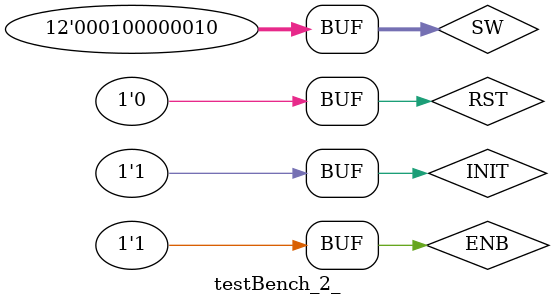
<source format=v>
`timescale 1ps/1ps
module testBench_2_();


reg ENB;
reg INIT;
reg RST;
reg [11:0] SW;
wire CLKOSILLATOR;
wire OUTPUTJKFLIPFLOP;
wire CO;
wire [7:0] OUTPUTWAVE;
wire MUXSELESCT;
wire 	SW_10_;
wire	SW_9_ ;
wire	SW_8_ ;
wire	SW_0  ;
wire	SW_1  ;
wire	SW_2  ;
wire	SW_3  ;
wire	SW_4  ;
wire	SW_5  ;
wire	SW_6  ;
wire	SW_7  ;
wire [9:0] MEMORYCOUNTER;
wire [2:0] WAVESELECT;
wire [7:0] ROMOUTPUT;
wire [7:0] WAVEFORMEGENERATOROUTPUT;

ringOsillotor #(28000 , 5)I1( ENB , CLKOSILLATOR);


waveForm_Generator I2(
	OUTPUTJKFLIPFLOP,
        SW,
	CLKOSILLATOR,
	INIT,
	CO,
	MUXSELESCT,
        SW_10_,
	SW_9_,
	SW_8_,
	SW_0,
	SW_1,
	SW_2,
	SW_3,
	SW_4,
	SW_5,
	SW_6,
	SW_7,
	MEMORYCOUNTER,
	RST,
	OUTPUTWAVE,
	ROMOUTPUT,
        WAVEFORMEGENERATOROUTPUT,
	WAVESELECT);

initial begin
  SW = 12'b000100000010;
  ENB=1; 
  RST=0;
  INIT = 1'b0;                                                                                                                                                 		                 	                 
  #5000 
  INIT = 1'b1;         
  #5000
  RST=1;
  #5000
  RST=0;
  #9999999;
end
endmodule

</source>
